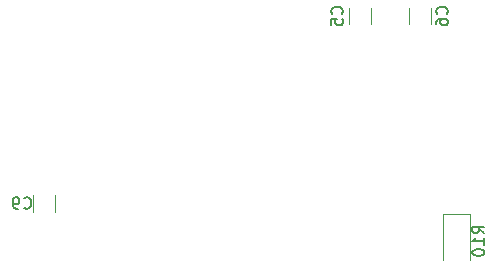
<source format=gbr>
G04 #@! TF.GenerationSoftware,KiCad,Pcbnew,8.0.1*
G04 #@! TF.CreationDate,2024-04-28T19:56:16+02:00*
G04 #@! TF.ProjectId,Atmega16-32 Development Board,41746d65-6761-4313-962d-333220446576,V1.0*
G04 #@! TF.SameCoordinates,PX1e47770PY791ddc0*
G04 #@! TF.FileFunction,Legend,Bot*
G04 #@! TF.FilePolarity,Positive*
%FSLAX46Y46*%
G04 Gerber Fmt 4.6, Leading zero omitted, Abs format (unit mm)*
G04 Created by KiCad (PCBNEW 8.0.1) date 2024-04-28 19:56:16*
%MOMM*%
%LPD*%
G01*
G04 APERTURE LIST*
%ADD10C,0.150000*%
%ADD11C,0.120000*%
G04 APERTURE END LIST*
D10*
X86174231Y55411318D02*
X86221851Y55458937D01*
X86221851Y55458937D02*
X86269470Y55601794D01*
X86269470Y55601794D02*
X86269470Y55697032D01*
X86269470Y55697032D02*
X86221851Y55839889D01*
X86221851Y55839889D02*
X86126612Y55935127D01*
X86126612Y55935127D02*
X86031374Y55982746D01*
X86031374Y55982746D02*
X85840898Y56030365D01*
X85840898Y56030365D02*
X85698041Y56030365D01*
X85698041Y56030365D02*
X85507565Y55982746D01*
X85507565Y55982746D02*
X85412327Y55935127D01*
X85412327Y55935127D02*
X85317089Y55839889D01*
X85317089Y55839889D02*
X85269470Y55697032D01*
X85269470Y55697032D02*
X85269470Y55601794D01*
X85269470Y55601794D02*
X85317089Y55458937D01*
X85317089Y55458937D02*
X85364708Y55411318D01*
X85269470Y54554175D02*
X85269470Y54744651D01*
X85269470Y54744651D02*
X85317089Y54839889D01*
X85317089Y54839889D02*
X85364708Y54887508D01*
X85364708Y54887508D02*
X85507565Y54982746D01*
X85507565Y54982746D02*
X85698041Y55030365D01*
X85698041Y55030365D02*
X86078993Y55030365D01*
X86078993Y55030365D02*
X86174231Y54982746D01*
X86174231Y54982746D02*
X86221851Y54935127D01*
X86221851Y54935127D02*
X86269470Y54839889D01*
X86269470Y54839889D02*
X86269470Y54649413D01*
X86269470Y54649413D02*
X86221851Y54554175D01*
X86221851Y54554175D02*
X86174231Y54506556D01*
X86174231Y54506556D02*
X86078993Y54458937D01*
X86078993Y54458937D02*
X85840898Y54458937D01*
X85840898Y54458937D02*
X85745660Y54506556D01*
X85745660Y54506556D02*
X85698041Y54554175D01*
X85698041Y54554175D02*
X85650422Y54649413D01*
X85650422Y54649413D02*
X85650422Y54839889D01*
X85650422Y54839889D02*
X85698041Y54935127D01*
X85698041Y54935127D02*
X85745660Y54982746D01*
X85745660Y54982746D02*
X85840898Y55030365D01*
X50386666Y39010420D02*
X50434285Y38962800D01*
X50434285Y38962800D02*
X50577142Y38915181D01*
X50577142Y38915181D02*
X50672380Y38915181D01*
X50672380Y38915181D02*
X50815237Y38962800D01*
X50815237Y38962800D02*
X50910475Y39058039D01*
X50910475Y39058039D02*
X50958094Y39153277D01*
X50958094Y39153277D02*
X51005713Y39343753D01*
X51005713Y39343753D02*
X51005713Y39486610D01*
X51005713Y39486610D02*
X50958094Y39677086D01*
X50958094Y39677086D02*
X50910475Y39772324D01*
X50910475Y39772324D02*
X50815237Y39867562D01*
X50815237Y39867562D02*
X50672380Y39915181D01*
X50672380Y39915181D02*
X50577142Y39915181D01*
X50577142Y39915181D02*
X50434285Y39867562D01*
X50434285Y39867562D02*
X50386666Y39819943D01*
X49910475Y38915181D02*
X49719999Y38915181D01*
X49719999Y38915181D02*
X49624761Y38962800D01*
X49624761Y38962800D02*
X49577142Y39010420D01*
X49577142Y39010420D02*
X49481904Y39153277D01*
X49481904Y39153277D02*
X49434285Y39343753D01*
X49434285Y39343753D02*
X49434285Y39724705D01*
X49434285Y39724705D02*
X49481904Y39819943D01*
X49481904Y39819943D02*
X49529523Y39867562D01*
X49529523Y39867562D02*
X49624761Y39915181D01*
X49624761Y39915181D02*
X49815237Y39915181D01*
X49815237Y39915181D02*
X49910475Y39867562D01*
X49910475Y39867562D02*
X49958094Y39819943D01*
X49958094Y39819943D02*
X50005713Y39724705D01*
X50005713Y39724705D02*
X50005713Y39486610D01*
X50005713Y39486610D02*
X49958094Y39391372D01*
X49958094Y39391372D02*
X49910475Y39343753D01*
X49910475Y39343753D02*
X49815237Y39296134D01*
X49815237Y39296134D02*
X49624761Y39296134D01*
X49624761Y39296134D02*
X49529523Y39343753D01*
X49529523Y39343753D02*
X49481904Y39391372D01*
X49481904Y39391372D02*
X49434285Y39486610D01*
X77284231Y55411318D02*
X77331851Y55458937D01*
X77331851Y55458937D02*
X77379470Y55601794D01*
X77379470Y55601794D02*
X77379470Y55697032D01*
X77379470Y55697032D02*
X77331851Y55839889D01*
X77331851Y55839889D02*
X77236612Y55935127D01*
X77236612Y55935127D02*
X77141374Y55982746D01*
X77141374Y55982746D02*
X76950898Y56030365D01*
X76950898Y56030365D02*
X76808041Y56030365D01*
X76808041Y56030365D02*
X76617565Y55982746D01*
X76617565Y55982746D02*
X76522327Y55935127D01*
X76522327Y55935127D02*
X76427089Y55839889D01*
X76427089Y55839889D02*
X76379470Y55697032D01*
X76379470Y55697032D02*
X76379470Y55601794D01*
X76379470Y55601794D02*
X76427089Y55458937D01*
X76427089Y55458937D02*
X76474708Y55411318D01*
X76379470Y54506556D02*
X76379470Y54982746D01*
X76379470Y54982746D02*
X76855660Y55030365D01*
X76855660Y55030365D02*
X76808041Y54982746D01*
X76808041Y54982746D02*
X76760422Y54887508D01*
X76760422Y54887508D02*
X76760422Y54649413D01*
X76760422Y54649413D02*
X76808041Y54554175D01*
X76808041Y54554175D02*
X76855660Y54506556D01*
X76855660Y54506556D02*
X76950898Y54458937D01*
X76950898Y54458937D02*
X77188993Y54458937D01*
X77188993Y54458937D02*
X77284231Y54506556D01*
X77284231Y54506556D02*
X77331851Y54554175D01*
X77331851Y54554175D02*
X77379470Y54649413D01*
X77379470Y54649413D02*
X77379470Y54887508D01*
X77379470Y54887508D02*
X77331851Y54982746D01*
X77331851Y54982746D02*
X77284231Y55030365D01*
X89354470Y36837509D02*
X88878279Y37170842D01*
X89354470Y37408937D02*
X88354470Y37408937D01*
X88354470Y37408937D02*
X88354470Y37027985D01*
X88354470Y37027985D02*
X88402089Y36932747D01*
X88402089Y36932747D02*
X88449708Y36885128D01*
X88449708Y36885128D02*
X88544946Y36837509D01*
X88544946Y36837509D02*
X88687803Y36837509D01*
X88687803Y36837509D02*
X88783041Y36885128D01*
X88783041Y36885128D02*
X88830660Y36932747D01*
X88830660Y36932747D02*
X88878279Y37027985D01*
X88878279Y37027985D02*
X88878279Y37408937D01*
X89354470Y35885128D02*
X89354470Y36456556D01*
X89354470Y36170842D02*
X88354470Y36170842D01*
X88354470Y36170842D02*
X88497327Y36266080D01*
X88497327Y36266080D02*
X88592565Y36361318D01*
X88592565Y36361318D02*
X88640184Y36456556D01*
X88354470Y35266080D02*
X88354470Y35170842D01*
X88354470Y35170842D02*
X88402089Y35075604D01*
X88402089Y35075604D02*
X88449708Y35027985D01*
X88449708Y35027985D02*
X88544946Y34980366D01*
X88544946Y34980366D02*
X88735422Y34932747D01*
X88735422Y34932747D02*
X88973517Y34932747D01*
X88973517Y34932747D02*
X89163993Y34980366D01*
X89163993Y34980366D02*
X89259231Y35027985D01*
X89259231Y35027985D02*
X89306851Y35075604D01*
X89306851Y35075604D02*
X89354470Y35170842D01*
X89354470Y35170842D02*
X89354470Y35266080D01*
X89354470Y35266080D02*
X89306851Y35361318D01*
X89306851Y35361318D02*
X89259231Y35408937D01*
X89259231Y35408937D02*
X89163993Y35456556D01*
X89163993Y35456556D02*
X88973517Y35504175D01*
X88973517Y35504175D02*
X88735422Y35504175D01*
X88735422Y35504175D02*
X88544946Y35456556D01*
X88544946Y35456556D02*
X88449708Y35408937D01*
X88449708Y35408937D02*
X88402089Y35361318D01*
X88402089Y35361318D02*
X88354470Y35266080D01*
D11*
X82999651Y55955903D02*
X82999651Y54533399D01*
X84819651Y55955903D02*
X84819651Y54533399D01*
X51160000Y38658748D02*
X51160000Y40081252D01*
X52980000Y38658748D02*
X52980000Y40081252D01*
X77919651Y55955903D02*
X77919651Y54533399D01*
X79739651Y55955903D02*
X79739651Y54533399D01*
X85859651Y38479651D02*
X85859651Y34594651D01*
X88129651Y38479651D02*
X85859651Y38479651D01*
X88129651Y34594651D02*
X88129651Y38479651D01*
M02*

</source>
